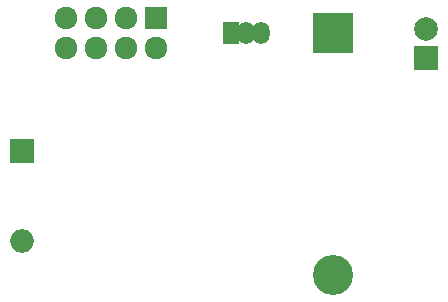
<source format=gts>
G04 #@! TF.GenerationSoftware,KiCad,Pcbnew,5.0.0*
G04 #@! TF.CreationDate,2018-09-22T16:21:52+03:00*
G04 #@! TF.ProjectId,hamster-attiny85,68616D737465722D617474696E793835,rev?*
G04 #@! TF.SameCoordinates,Original*
G04 #@! TF.FileFunction,Soldermask,Top*
G04 #@! TF.FilePolarity,Negative*
%FSLAX46Y46*%
G04 Gerber Fmt 4.6, Leading zero omitted, Abs format (unit mm)*
G04 Created by KiCad (PCBNEW 5.0.0) date Sat Sep 22 16:21:52 2018*
%MOMM*%
%LPD*%
G01*
G04 APERTURE LIST*
%ADD10R,2.000000X2.000000*%
%ADD11C,2.000000*%
%ADD12C,3.400000*%
%ADD13R,3.400000X3.400000*%
%ADD14O,2.000000X2.000000*%
%ADD15O,1.450000X1.900000*%
%ADD16R,1.450000X1.900000*%
%ADD17R,1.924000X1.924000*%
%ADD18C,1.924000*%
G04 APERTURE END LIST*
D10*
G04 #@! TO.C,C1*
X139900000Y-93250000D03*
D11*
X139900000Y-90750000D03*
G04 #@! TD*
D12*
G04 #@! TO.C,BT1*
X132050000Y-111590000D03*
D13*
X132050000Y-91100000D03*
G04 #@! TD*
D10*
G04 #@! TO.C,D1*
X105750000Y-101150000D03*
D14*
X105750000Y-108770000D03*
G04 #@! TD*
D15*
G04 #@! TO.C,U2*
X124650000Y-91150000D03*
X125920000Y-91150000D03*
D16*
X123380000Y-91150000D03*
G04 #@! TD*
D17*
G04 #@! TO.C,U3*
X117050000Y-89850000D03*
D18*
X117050000Y-92390000D03*
X114510000Y-89850000D03*
X114510000Y-92390000D03*
X111970000Y-89850000D03*
X111970000Y-92390000D03*
X109430000Y-89850000D03*
X109430000Y-92390000D03*
G04 #@! TD*
M02*

</source>
